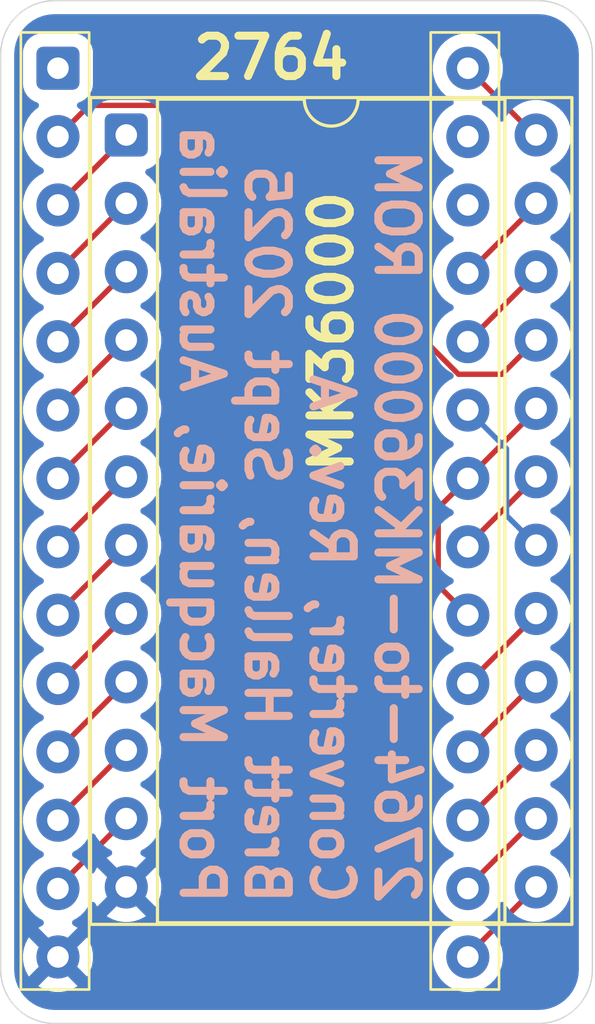
<source format=kicad_pcb>
(kicad_pcb (version 20241229) (generator "pcbnew") (generator_version "9.0")
  (title_block (title "2764-to-MK36000 Converter Board") (date "27/SEPT/2025") (rev "A") (company "Brett Hallen") (comment 1 "www.youtube.com/@Brfff"))
  (layers (0 "F.Cu" signal) (2 "B.Cu" signal) (13 "F.Paste" user) (15 "B.Paste" user) (5 "F.SilkS" user "F.Silkscreen") (7 "B.SilkS" user "B.Silkscreen") (1 "F.Mask" user) (3 "B.Mask" user) (25 "Edge.Cuts" user))
  (net 0 "")
  (net 1 "/A_{8}")
  (net 2 "/A_{11}")
  (net 3 "/A_{6}")
  (net 4 "/D_{0}")
  (net 5 "/~{CE}")
  (net 6 "/D_{1}")
  (net 7 "/D_{6}")
  (net 8 "/A_{3}")
  (net 9 "/D_{5}")
  (net 11 "+5V")
  (net 13 "/D_{7}")
  (net 14 "/D_{3}")
  (net 15 "/A_{2}")
  (net 16 "/A_{12}")
  (net 17 "/D_{2}")
  (net 18 "GND")
  (net 19 "/A_{1}")
  (net 20 "/A_{7}")
  (net 21 "/A_{10}")
  (net 23 "/A_{5}")
  (net 24 "/A_{4}")
  (net 25 "/A_{0}")
  (net 26 "/D_{4}")
  (net 27 "/A_{9}")
  (footprint "Package_DIP:DIP-24_W15.24mm_Socket" (layer "F.Cu") (at 102.87 72.39)
    (property "Reference" "U2" (hide yes))
    (property "Value" "MK36000" (at 7.63 7.31 90) (layer "F.SilkS") (effects (font (size 1.5 1.5) (thickness 0.3) (bold yes))))
    (fp_line (start 1.16 -1.33) (end 1.16 29.27) (stroke (width 0.12)) (layer "F.SilkS"))
    (fp_line (start 1.16 29.27) (end 14.08 29.27) (stroke (width 0.12)) (layer "F.SilkS"))
    (fp_line (start 6.62 -1.33) (end 1.16 -1.33) (stroke (width 0.12)) (layer "F.SilkS"))
    (fp_line (start 14.08 -1.33) (end 8.62 -1.33) (stroke (width 0.12)) (layer "F.SilkS"))
    (fp_line (start 14.08 29.27) (end 14.08 -1.33) (stroke (width 0.12)) (layer "F.SilkS"))
    (fp_rect (start -1.33 -1.39) (end 16.57 29.33) (stroke (width 0.12)) (fill no) (layer "F.SilkS"))
    (fp_arc (start 8.62 -1.33) (mid 7.62 -0.33) (end 6.62 -1.33) (stroke (width 0.12)) (layer "F.SilkS"))
    (pad "1" thru_hole roundrect (at 0 0) (size 1.6 1.6) (drill 0.8) (layers "*.Cu" "*.Mask") (roundrect_rratio 0.15625) (net 20 "/A_{7}"))
    (pad "2" thru_hole circle (at 0 2.54) (size 1.6 1.6) (drill 0.8) (layers "*.Cu" "*.Mask") (net 3 "/A_{6}"))
    (pad "3" thru_hole circle (at 0 5.08) (size 1.6 1.6) (drill 0.8) (layers "*.Cu" "*.Mask") (net 23 "/A_{5}"))
    (pad "4" thru_hole circle (at 0 7.62) (size 1.6 1.6) (drill 0.8) (layers "*.Cu" "*.Mask") (net 24 "/A_{4}"))
    (pad "5" thru_hole circle (at 0 10.16) (size 1.6 1.6) (drill 0.8) (layers "*.Cu" "*.Mask") (net 8 "/A_{3}"))
    (pad "6" thru_hole circle (at 0 12.7) (size 1.6 1.6) (drill 0.8) (layers "*.Cu" "*.Mask") (net 15 "/A_{2}"))
    (pad "7" thru_hole circle (at 0 15.24) (size 1.6 1.6) (drill 0.8) (layers "*.Cu" "*.Mask") (net 19 "/A_{1}"))
    (pad "8" thru_hole circle (at 0 17.78) (size 1.6 1.6) (drill 0.8) (layers "*.Cu" "*.Mask") (net 25 "/A_{0}"))
    (pad "9" thru_hole circle (at 0 20.32) (size 1.6 1.6) (drill 0.8) (layers "*.Cu" "*.Mask") (net 4 "/D_{0}"))
    (pad "10" thru_hole circle (at 0 22.86) (size 1.6 1.6) (drill 0.8) (layers "*.Cu" "*.Mask") (net 6 "/D_{1}"))
    (pad "11" thru_hole circle (at 0 25.4) (size 1.6 1.6) (drill 0.8) (layers "*.Cu" "*.Mask") (net 17 "/D_{2}"))
    (pad "12" thru_hole circle (at 0 27.94) (size 1.6 1.6) (drill 0.8) (layers "*.Cu" "*.Mask") (net 18 "GND"))
    (pad "13" thru_hole circle (at 15.24 27.94) (size 1.6 1.6) (drill 0.8) (layers "*.Cu" "*.Mask") (net 14 "/D_{3}"))
    (pad "14" thru_hole circle (at 15.24 25.4) (size 1.6 1.6) (drill 0.8) (layers "*.Cu" "*.Mask") (net 26 "/D_{4}"))
    (pad "15" thru_hole circle (at 15.24 22.86) (size 1.6 1.6) (drill 0.8) (layers "*.Cu" "*.Mask") (net 9 "/D_{5}"))
    (pad "16" thru_hole circle (at 15.24 20.32) (size 1.6 1.6) (drill 0.8) (layers "*.Cu" "*.Mask") (net 7 "/D_{6}"))
    (pad "17" thru_hole circle (at 15.24 17.78) (size 1.6 1.6) (drill 0.8) (layers "*.Cu" "*.Mask") (net 13 "/D_{7}"))
    (pad "18" thru_hole circle (at 15.24 15.24) (size 1.6 1.6) (drill 0.8) (layers "*.Cu" "*.Mask") (net 2 "/A_{11}"))
    (pad "19" thru_hole circle (at 15.24 12.7) (size 1.6 1.6) (drill 0.8) (layers "*.Cu" "*.Mask") (net 21 "/A_{10}"))
    (pad "20" thru_hole circle (at 15.24 10.16) (size 1.6 1.6) (drill 0.8) (layers "*.Cu" "*.Mask") (net 5 "/~{CE}"))
    (pad "21" thru_hole circle (at 15.24 7.62) (size 1.6 1.6) (drill 0.8) (layers "*.Cu" "*.Mask") (net 16 "/A_{12}"))
    (pad "22" thru_hole circle (at 15.24 5.08) (size 1.6 1.6) (drill 0.8) (layers "*.Cu" "*.Mask") (net 27 "/A_{9}"))
    (pad "23" thru_hole circle (at 15.24 2.54) (size 1.6 1.6) (drill 0.8) (layers "*.Cu" "*.Mask") (net 1 "/A_{8}"))
    (pad "24" thru_hole circle (at 15.24 0) (size 1.6 1.6) (drill 0.8) (layers "*.Cu" "*.Mask") (net 11 "+5V"))
  )
  (footprint "Clueless_Engineer:DIP-28_Adapter" (layer "F.Cu") (at 100.22 69.85)
    (property "Reference" "U1" (hide yes))
    (property "Value" "27C64" (hide yes))
    (fp_rect (start -1.27 -1.27) (end 1.27 34.29) (stroke (width 0.1)) (fill no) (layer "F.SilkS"))
    (fp_rect (start 13.97 -1.27) (end 16.51 34.29) (stroke (width 0.1)) (fill no) (layer "F.SilkS"))
    (pad "1" thru_hole roundrect (at 0.11 0.06) (size 1.6 1.6) (drill 0.8) (layers "*.Cu" "*.Mask") (roundrect_rratio 0.15625))
    (pad "2" thru_hole circle (at 0.11 2.6) (size 1.6 1.6) (drill 0.8) (layers "*.Cu" "*.Mask") (net 16 "/A_{12}"))
    (pad "3" thru_hole circle (at 0.11 5.14) (size 1.6 1.6) (drill 0.8) (layers "*.Cu" "*.Mask") (net 20 "/A_{7}"))
    (pad "4" thru_hole circle (at 0.11 7.68) (size 1.6 1.6) (drill 0.8) (layers "*.Cu" "*.Mask") (net 3 "/A_{6}"))
    (pad "5" thru_hole circle (at 0.11 10.22) (size 1.6 1.6) (drill 0.8) (layers "*.Cu" "*.Mask") (net 23 "/A_{5}"))
    (pad "6" thru_hole circle (at 0.11 12.76) (size 1.6 1.6) (drill 0.8) (layers "*.Cu" "*.Mask") (net 24 "/A_{4}"))
    (pad "7" thru_hole circle (at 0.11 15.3) (size 1.6 1.6) (drill 0.8) (layers "*.Cu" "*.Mask") (net 8 "/A_{3}"))
    (pad "8" thru_hole circle (at 0.11 17.84) (size 1.6 1.6) (drill 0.8) (layers "*.Cu" "*.Mask") (net 15 "/A_{2}"))
    (pad "9" thru_hole circle (at 0.11 20.38) (size 1.6 1.6) (drill 0.8) (layers "*.Cu" "*.Mask") (net 19 "/A_{1}"))
    (pad "10" thru_hole circle (at 0.11 22.92) (size 1.6 1.6) (drill 0.8) (layers "*.Cu" "*.Mask") (net 25 "/A_{0}"))
    (pad "11" thru_hole circle (at 0.11 25.46) (size 1.6 1.6) (drill 0.8) (layers "*.Cu" "*.Mask") (net 4 "/D_{0}"))
    (pad "12" thru_hole circle (at 0.11 28) (size 1.6 1.6) (drill 0.8) (layers "*.Cu" "*.Mask") (net 6 "/D_{1}"))
    (pad "13" thru_hole circle (at 0.11 30.54) (size 1.6 1.6) (drill 0.8) (layers "*.Cu" "*.Mask") (net 17 "/D_{2}"))
    (pad "14" thru_hole circle (at 0.11 33.08) (size 1.6 1.6) (drill 0.8) (layers "*.Cu" "*.Mask") (net 18 "GND"))
    (pad "15" thru_hole circle (at 15.35 33.08) (size 1.6 1.6) (drill 0.8) (layers "*.Cu" "*.Mask") (net 14 "/D_{3}"))
    (pad "16" thru_hole circle (at 15.35 30.54) (size 1.6 1.6) (drill 0.8) (layers "*.Cu" "*.Mask") (net 26 "/D_{4}"))
    (pad "17" thru_hole circle (at 15.35 28) (size 1.6 1.6) (drill 0.8) (layers "*.Cu" "*.Mask") (net 9 "/D_{5}"))
    (pad "18" thru_hole circle (at 15.35 25.46) (size 1.6 1.6) (drill 0.8) (layers "*.Cu" "*.Mask") (net 7 "/D_{6}"))
    (pad "19" thru_hole circle (at 15.35 22.92) (size 1.6 1.6) (drill 0.8) (layers "*.Cu" "*.Mask") (net 13 "/D_{7}"))
    (pad "20" thru_hole circle (at 15.35 20.38) (size 1.6 1.6) (drill 0.8) (layers "*.Cu" "*.Mask") (net 5 "/~{CE}"))
    (pad "21" thru_hole circle (at 15.35 17.84) (size 1.6 1.6) (drill 0.8) (layers "*.Cu" "*.Mask") (net 21 "/A_{10}"))
    (pad "22" thru_hole circle (at 15.35 15.3) (size 1.6 1.6) (drill 0.8) (layers "*.Cu" "*.Mask") (net 5 "/~{CE}"))
    (pad "23" thru_hole circle (at 15.35 12.76) (size 1.6 1.6) (drill 0.8) (layers "*.Cu" "*.Mask") (net 2 "/A_{11}"))
    (pad "24" thru_hole circle (at 15.35 10.22) (size 1.6 1.6) (drill 0.8) (layers "*.Cu" "*.Mask") (net 27 "/A_{9}"))
    (pad "25" thru_hole circle (at 15.35 7.68) (size 1.6 1.6) (drill 0.8) (layers "*.Cu" "*.Mask") (net 1 "/A_{8}"))
    (pad "26" thru_hole circle (at 15.35 5.14) (size 1.6 1.6) (drill 0.8) (layers "*.Cu" "*.Mask"))
    (pad "27" thru_hole circle (at 15.35 2.6) (size 1.6 1.6) (drill 0.8) (layers "*.Cu" "*.Mask"))
    (pad "28" thru_hole circle (at 15.35 0.06) (size 1.6 1.6) (drill 0.8) (layers "*.Cu" "*.Mask") (net 11 "+5V"))
  )
  (gr_line (start 98.2 103.4) (end 98.2 69.4) (stroke (width 0.05)) (layer "Edge.Cuts"))
  (gr_line (start 118.2 105.4) (end 100.2 105.4) (stroke (width 0.05)) (layer "Edge.Cuts"))
  (gr_arc (start 118.2 67.4) (mid 119.614214 67.985786) (end 120.2 69.4) (stroke (width 0.05)) (layer "Edge.Cuts"))
  (gr_arc (start 100.2 105.4) (mid 98.785786 104.814214) (end 98.2 103.4) (stroke (width 0.05)) (layer "Edge.Cuts"))
  (gr_arc (start 98.2 69.4) (mid 98.785786 67.985786) (end 100.2 67.4) (stroke (width 0.05)) (layer "Edge.Cuts"))
  (gr_line (start 100.2 67.4) (end 118.2 67.4) (stroke (width 0.05)) (layer "Edge.Cuts"))
  (gr_arc (start 120.2 103.4) (mid 119.614214 104.814214) (end 118.2 105.4) (stroke (width 0.05)) (layer "Edge.Cuts"))
  (gr_line (start 120.2 69.4) (end 120.2 103.4) (stroke (width 0.05)) (layer "Edge.Cuts"))
  (gr_text "2764" (at 105.2 70.4 0) (layer "F.SilkS") (effects (font (size 1.5 1.5) (thickness 0.3) (bold yes)) (justify left bottom)))
  (gr_text "2764-to-MK36000 ROM \nConverter, Rev. A\nBrett Hallen, Sept 2025\nPort Macquarie, Australia" (at 104.8 101.1 270) (layer "B.SilkS") (effects (font (size 1.5 1.5) (thickness 0.3) (bold yes)) (justify left bottom mirror)))
  (segment (start 118.11 74.99) (end 118.11 74.93) (width 0.2) (layer "F.Cu") (net 1))
  (segment (start 115.57 77.53) (end 118.11 74.99) (width 0.2) (layer "F.Cu") (net 1))
  (segment (start 117.009 84.049) (end 117.009 86.529) (width 0.2) (layer "B.Cu") (net 2))
  (segment (start 117.009 86.529) (end 118.11 87.63) (width 0.2) (layer "B.Cu") (net 2))
  (segment (start 115.57 82.61) (end 117.009 84.049) (width 0.2) (layer "B.Cu") (net 2))
  (segment (start 102.87 74.93) (end 100.33 77.47) (width 0.2) (layer "F.Cu") (net 3))
  (segment (start 100.33 77.47) (end 100.33 77.53) (width 0.2) (layer "F.Cu") (net 3))
  (segment (start 102.87 92.71) (end 100.33 95.25) (width 0.2) (layer "F.Cu") (net 4))
  (segment (start 100.33 95.25) (end 100.33 95.31) (width 0.2) (layer "F.Cu") (net 4))
  (segment (start 115.57 90.23) (end 114.469 89.129) (width 0.2) (layer "F.Cu") (net 5))
  (segment (start 118.11 82.61) (end 118.11 82.55) (width 0.2) (layer "F.Cu") (net 5))
  (segment (start 115.57 85.15) (end 118.11 82.61) (width 0.2) (layer "F.Cu") (net 5))
  (segment (start 114.469 89.129) (end 114.469 86.251) (width 0.2) (layer "F.Cu") (net 5))
  (segment (start 114.469 86.251) (end 115.57 85.15) (width 0.2) (layer "F.Cu") (net 5))
  (segment (start 100.33 97.79) (end 100.33 97.85) (width 0.2) (layer "F.Cu") (net 6))
  (segment (start 102.87 95.25) (end 100.33 97.79) (width 0.2) (layer "F.Cu") (net 6))
  (segment (start 115.57 95.25) (end 115.57 95.31) (width 0.2) (layer "F.Cu") (net 7))
  (segment (start 118.11 92.71) (end 115.57 95.25) (width 0.2) (layer "F.Cu") (net 7))
  (segment (start 100.33 85.09) (end 100.33 85.15) (width 0.2) (layer "F.Cu") (net 8))
  (segment (start 102.87 82.55) (end 100.33 85.09) (width 0.2) (layer "F.Cu") (net 8))
  (segment (start 115.57 97.79) (end 115.57 97.85) (width 0.2) (layer "F.Cu") (net 9))
  (segment (start 118.11 95.25) (end 115.57 97.79) (width 0.2) (layer "F.Cu") (net 9))
  (segment (start 115.57 69.91) (end 118.05 72.39) (width 0.2) (layer "F.Cu") (net 11))
  (segment (start 118.05 72.39) (end 118.11 72.39) (width 0.2) (layer "F.Cu") (net 11))
  (segment (start 118.11 90.17) (end 118.11 90.23) (width 0.2) (layer "F.Cu") (net 13))
  (segment (start 118.11 90.23) (end 115.57 92.77) (width 0.2) (layer "F.Cu") (net 13))
  (segment (start 115.57 102.87) (end 115.57 102.93) (width 0.2) (layer "F.Cu") (net 14))
  (segment (start 118.11 100.33) (end 115.57 102.87) (width 0.2) (layer "F.Cu") (net 14))
  (segment (start 102.87 85.09) (end 100.33 87.63) (width 0.2) (layer "F.Cu") (net 15))
  (segment (start 100.33 87.63) (end 100.33 87.69) (width 0.2) (layer "F.Cu") (net 15))
  (segment (start 116.84 81.28) (end 118.11 80.01) (width 0.2) (layer "F.Cu") (net 16))
  (segment (start 105.23195 71.289) (end 115.22295 81.28) (width 0.2) (layer "F.Cu") (net 16))
  (segment (start 101.491 71.289) (end 105.23195 71.289) (width 0.2) (layer "F.Cu") (net 16))
  (segment (start 115.22295 81.28) (end 116.84 81.28) (width 0.2) (layer "F.Cu") (net 16))
  (segment (start 100.33 72.45) (end 101.491 71.289) (width 0.2) (layer "F.Cu") (net 16))
  (segment (start 100.33 100.33) (end 100.33 100.39) (width 0.2) (layer "F.Cu") (net 17))
  (segment (start 102.87 97.79) (end 100.33 100.33) (width 0.2) (layer "F.Cu") (net 17))
  (segment (start 100.33 90.17) (end 100.33 90.23) (width 0.2) (layer "F.Cu") (net 19))
  (segment (start 102.87 87.63) (end 100.33 90.17) (width 0.2) (layer "F.Cu") (net 19))
  (segment (start 102.87 72.45) (end 100.33 74.99) (width 0.2) (layer "F.Cu") (net 20))
  (segment (start 102.87 72.39) (end 102.87 72.45) (width 0.2) (layer "F.Cu") (net 20))
  (segment (start 115.57 87.63) (end 115.57 87.69) (width 0.2) (layer "F.Cu") (net 21))
  (segment (start 118.11 85.09) (end 115.57 87.63) (width 0.2) (layer "F.Cu") (net 21))
  (segment (start 102.87 77.47) (end 100.33 80.01) (width 0.2) (layer "F.Cu") (net 23))
  (segment (start 100.33 80.01) (end 100.33 80.07) (width 0.2) (layer "F.Cu") (net 23))
  (segment (start 100.33 82.55) (end 100.33 82.61) (width 0.2) (layer "F.Cu") (net 24))
  (segment (start 102.87 80.01) (end 100.33 82.55) (width 0.2) (layer "F.Cu") (net 24))
  (segment (start 102.87 90.17) (end 102.87 90.23) (width 0.2) (layer "F.Cu") (net 25))
  (segment (start 102.87 90.23) (end 100.33 92.77) (width 0.2) (layer "F.Cu") (net 25))
  (segment (start 118.11 97.79) (end 115.57 100.33) (width 0.2) (layer "F.Cu") (net 26))
  (segment (start 115.57 100.33) (end 115.57 100.39) (width 0.2) (layer "F.Cu") (net 26))
  (segment (start 115.57 80.07) (end 118.11 77.53) (width 0.2) (layer "F.Cu") (net 27))
  (segment (start 118.11 77.53) (end 118.11 77.47) (width 0.2) (layer "F.Cu") (net 27))
  (zone (net 18) (net_name "GND") (layer "B.Cu") (connect_pads (clearance 0.5)) (min_thickness 0.25) (fill yes (thermal_gap 0.5) (thermal_bridge_width 0.5))
    (polygon (pts (xy 98.2 67.4) (xy 120.3 67.4) (xy 120.2 105.4) (xy 98.2 105.4)))
  )
)
</source>
